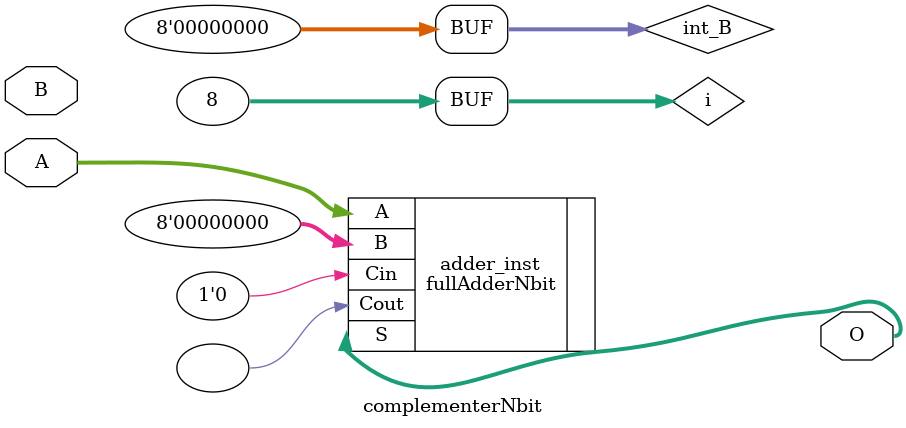
<source format=sv>
module complementerNbit #(
	parameter int N = 8
	)(
	input wire [N-1:0] A,
	input wire B,
	output wire [N-1:0] O
	);
	
	wire [N-1:0] int_O;
	wire [N-1:0] int_B;
	
	assign int_B = {N{1'b0}};
	
	integer i;
	
	always @*begin
   for (i = 0; i < N; i++) begin
       int_O[i] = A[i] ^ B;
	end
	end
	 
	 fullAdderNbit #(N) adder_inst(
		.A(A),
		.B(int_B),
		.Cin(1'b0),
		.Cout(),
		.S(O));
	 
endmodule
</source>
